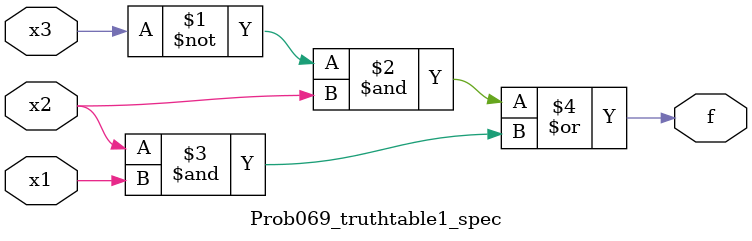
<source format=v>
module Prob069_truthtable1_spec(input [0:0] x3, input [0:0] x2, input [0:0] x1, output [0:0] f);

assign f = (~x3 & x2) | (x2 & x1);

endmodule

</source>
